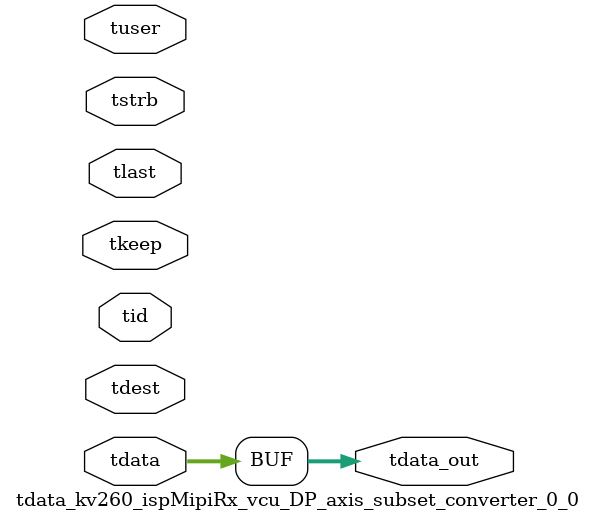
<source format=v>


`timescale 1ps/1ps

module tdata_kv260_ispMipiRx_vcu_DP_axis_subset_converter_0_0 #
(
parameter C_S_AXIS_TDATA_WIDTH = 32,
parameter C_S_AXIS_TUSER_WIDTH = 0,
parameter C_S_AXIS_TID_WIDTH   = 0,
parameter C_S_AXIS_TDEST_WIDTH = 0,
parameter C_M_AXIS_TDATA_WIDTH = 32
)
(
input  [(C_S_AXIS_TDATA_WIDTH == 0 ? 1 : C_S_AXIS_TDATA_WIDTH)-1:0     ] tdata,
input  [(C_S_AXIS_TUSER_WIDTH == 0 ? 1 : C_S_AXIS_TUSER_WIDTH)-1:0     ] tuser,
input  [(C_S_AXIS_TID_WIDTH   == 0 ? 1 : C_S_AXIS_TID_WIDTH)-1:0       ] tid,
input  [(C_S_AXIS_TDEST_WIDTH == 0 ? 1 : C_S_AXIS_TDEST_WIDTH)-1:0     ] tdest,
input  [(C_S_AXIS_TDATA_WIDTH/8)-1:0 ] tkeep,
input  [(C_S_AXIS_TDATA_WIDTH/8)-1:0 ] tstrb,
input                                                                    tlast,
output [C_M_AXIS_TDATA_WIDTH-1:0] tdata_out
);

assign tdata_out = {16'b00000000,tdata[31:0]};

endmodule


</source>
